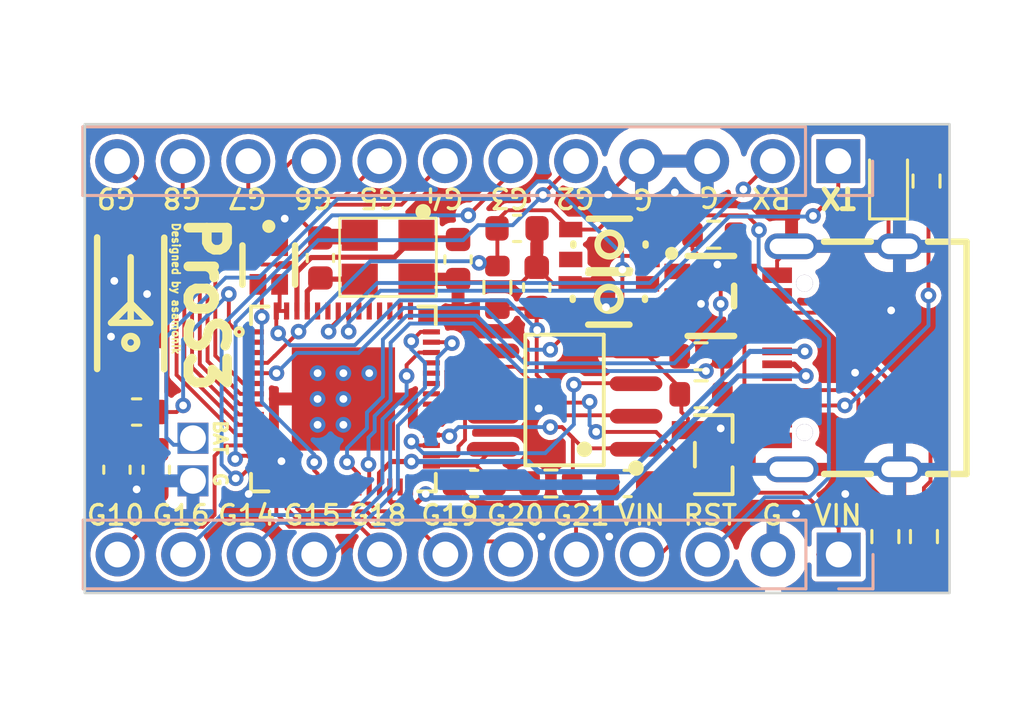
<source format=kicad_pcb>
(kicad_pcb (version 20221018) (generator pcbnew)
  (layers (0 "F.Cu" signal) (31 "B.Cu" signal) (34 "B.Paste" user) (35 "F.Paste" user) (36 "B.SilkS" user "B.Silkscreen") (37 "F.SilkS" user "F.Silkscreen") (38 "B.Mask" user) (39 "F.Mask" user) (44 "Edge.Cuts" user))
  (net 0 "")
  (net 1 "+5V")
  (net 2 "GND")
  (net 3 "+3V3")
  (net 4 "RESET")
  (net 5 "XTALP")
  (net 6 "XTALN")
  (net 7 "VDDSPI")
  (net 8 "Net-(D1-A)")
  (net 9 "TXD")
  (net 10 "RXD")
  (net 11 "SDA2")
  (net 12 "SCL3")
  (net 13 "4")
  (net 14 "5")
  (net 15 "6")
  (net 16 "7")
  (net 17 "8")
  (net 18 "9")
  (net 19 "21")
  (net 20 "20")
  (net 21 "19")
  (net 22 "18")
  (net 23 "SCLK15")
  (net 24 "MISO14")
  (net 25 "MOSI16")
  (net 26 "10")
  (net 27 "Net-(U4-CC2)")
  (net 28 "Net-(U4-CC1)")
  (net 29 "SPICS")
  (net 30 "Net-(L1-ANT)")
  (net 31 "unconnected-(L1-Pad2)")
  (net 32 "RGBLED")
  (net 34 "IO0")
  (net 40 "USBN")
  (net 41 "USBP")
  (net 42 "+BATT")
  (net 44 "SPIHD")
  (net 45 "SPIWP")
  (net 46 "SPICLK")
  (net 47 "SPIQ")
  (net 48 "SPID")
  (net 71 "VBAT")
  (net 72 "CHRG")
  (net 73 "Net-(U5-PROG)")
  (net 75 "ANTENNA")
  (footprint "Connector_PinHeader_2.54mm:PinHeader_1x01_P2.54mm_Vertical" (layer "F.Cu") (at 103.251 67.818 90)
    (fp_text reference "J4" hide)
    (fp_text value "Conn_01x01_Pin" hide)
  )
  (footprint "lcsc:SOP-8_L5.0-W4.0-P1.27-LS6.0-BL" (layer "F.Cu") (at 117.648033 64.684285 90)
    (fp_text reference "U2" hide)
    (fp_text value "GD25Q80CTIGR")
  )
  (footprint "Capacitor_SMD:C_0603_1608Metric" (layer "F.Cu") (at 108.187479 59.182 90)
    (fp_text reference "C5" hide)
    (fp_text value "C")
  )
  (footprint "Resistor_SMD:R_0603_1608Metric" (layer "F.Cu") (at 122.936 62.992)
    (fp_text reference "R6" hide)
    (fp_text value "R")
  )
  (footprint "Resistor_SMD:R_0603_1608Metric" (layer "F.Cu") (at 122.936 64.4652 180)
    (fp_text reference "R7" hide)
    (fp_text value "R")
  )
  (footprint "Resistor_SMD:R_0603_1608Metric" (layer "F.Cu") (at 131.672663 56.202943 90)
    (fp_text reference "R3" hide)
    (fp_text value "R")
  )
  (footprint "lcsc:SW-SMD_4P-L2.8-W1.9-P1.20-LS3.0_1TS028A" (layer "F.Cu") (at 119.38748 58.661269 180)
    (fp_text reference "SW1" hide)
    (fp_text value "1TS028A-1300-0600-CT")
  )
  (footprint "lcsc:QFN-56_L7.0-W7.0-P0.40-TL-EP4.0" (layer "F.Cu") (at 109.079477 64.645823)
    (fp_text reference "U1" hide)
    (fp_text value "ESP32-S3")
  )
  (footprint "Resistor_SMD:R_0603_1608Metric" (layer "F.Cu") (at 130.078 69.977001 -90)
    (fp_text reference "R2" hide)
    (fp_text value "5k1")
  )
  (footprint "lcsc:SW-SMD_4P-L2.8-W1.9-P1.20-LS3.0_1TS028A" (layer "F.Cu") (at 119.363479 60.76527)
    (fp_text reference "SW3" hide)
    (fp_text value "1TS028A-1300-0600-CT")
  )
  (footprint "Capacitor_SMD:C_0603_1608Metric" (layer "F.Cu") (at 115.807479 58.03427)
    (fp_text reference "C3" hide)
    (fp_text value "C")
  )
  (footprint "Capacitor_SMD:C_0603_1608Metric" (layer "F.Cu") (at 101.8286 67.3862 -90)
    (fp_text reference "C8" hide)
    (fp_text value "C")
  )
  (footprint "Capacitor_SMD:C_0603_1608Metric" (layer "F.Cu") (at 120.0912 67.9196 180)
    (fp_text reference "C1" hide)
    (fp_text value "1u")
  )
  (footprint "Capacitor_SMD:C_0603_1608Metric" (layer "F.Cu") (at 114.1476 67.9196)
    (fp_text reference "C6" hide)
    (fp_text value "C")
  )
  (footprint "Resistor_SMD:R_0603_1608Metric" (layer "F.Cu") (at 115.04548 60.32027 90)
    (fp_text reference "R4" hide)
    (fp_text value "R")
  )
  (footprint "Capacitor_SMD:C_0603_1608Metric" (layer "F.Cu") (at 116.569478 60.320268 90)
    (fp_text reference "C2" hide)
    (fp_text value "1u")
  )
  (footprint "LED_SMD:LED_0603_1608Metric" (layer "F.Cu") (at 130.2004 56.1848 90)
    (fp_text reference "D1" hide)
    (fp_text value "LED")
  )
  (footprint "lcsc:SOT-23-3_L2.9-W1.3-P1.90-LS2.4-BR" (layer "F.Cu") (at 123.427479 66.802 180)
    (fp_text reference "U3" hide)
    (fp_text value "XC6206P332MR_C5148692")
  )
  (footprint "Resistor_SMD:R_0603_1608Metric" (layer "F.Cu") (at 131.572 69.977 -90)
    (fp_text reference "R1" hide)
    (fp_text value "5k1")
  )
  (footprint "lcsc:SOT-23-5_L3.0-W1.7-P0.95-LS2.8-BR" (layer "F.Cu") (at 123.317 60.6552 180)
    (fp_text reference "U5" hide)
    (fp_text value "TP4065")
  )
  (footprint "Resistor_SMD:R_0603_1608Metric" (layer "F.Cu") (at 117.1194 67.9196)
    (fp_text reference "R5" hide)
    (fp_text value "R")
  )
  (footprint "lcsc:ANT2051" (layer "F.Cu") (at 100.838 60.9346 90)
    (fp_text reference "L1" hide)
    (fp_text value "AN2051-245")
  )
  (footprint "lcsc:USB-SMD_GT-USB-7010AN" (layer "F.Cu") (at 128.25348 63.05127 90)
    (fp_text reference "U4" hide)
    (fp_text value "GT-USB-7010AN")
  )
  (footprint "Capacitor_SMD:C_0603_1608Metric" (layer "F.Cu") (at 100.3046 67.3862 -90)
    (fp_text reference "C7" hide)
    (fp_text value "C")
  )
  (footprint "lcsc:LED-SMD_4P-L1.6-W1.5_XL-1615RGBC-WS2812B" (layer "F.Cu") (at 106.188349 59.456388 -90)
    (fp_text reference "LED1" hide)
    (fp_text value "XL-1615RGBC-WS2812B")
  )
  (footprint "Connector_PinHeader_2.54mm:PinHeader_1x01_P2.54mm_Vertical" (layer "F.Cu") (at 103.251 66.167 90)
    (fp_text reference "J3" hide)
    (fp_text value "Conn_01x01_Pin")
  )
  (footprint "lcsc:CRYSTAL-SMD_4P-L3.2-W2.5-BL_SIT8008BI" (layer "F.Cu") (at 110.811479 59.15327 180)
    (fp_text reference "CRYSTAL1" hide)
    (fp_text value "CF4040M00008001")
  )
  (footprint "Capacitor_SMD:C_0603_1608Metric" (layer "F.Cu") (at 113.521478 59.241269 90)
    (fp_text reference "C4" hide)
    (fp_text value "C")
  )
  (footprint "Inductor_SMD:L_0603_1608Metric" (layer "F.Cu") (at 101.0665 65.151 180)
    (fp_text reference "L2" hide)
    (fp_text value "L")
  )
  (footprint "Resistor_SMD:R_0603_1608Metric" (layer "F.Cu") (at 123.43 58.28 180)
    (fp_text reference "R9" hide)
    (fp_text value "R")
  )
  (footprint "Connector_PinHeader_2.54mm:PinHeader_1x12_P2.54mm_Vertical" (layer "B.Cu") (at 128.26948 70.671269 90)
    (fp_text reference "J2" hide)
    (fp_text value "Conn_01x12_Pin")
  )
  (footprint "Connector_PinHeader_2.54mm:PinHeader_1x12_P2.54mm_Vertical" (layer "B.Cu") (at 128.253479 55.43127 90)
    (fp_text reference "J1" hide)
    (fp_text value "Conn_01x12_Pin")
  )
  (gr_rect (start 99.06 54.0004) (end 132.5626 72.1614) (stroke (width 0.1)) (fill none) (layer "Edge.Cuts"))
  (gr_text "G\n\n" (at 121.158 55.2196 180) (layer "F.SilkS") (effects (font (size 0.762 0.762) (thickness 0.127) bold) (justify left bottom)))
  (gr_text "G" (at 125.222 69.596) (layer "F.SilkS") (effects (font (size 0.762 0.762) (thickness 0.127) bold) (justify left bottom)))
  (gr_text "G7" (at 106.188348 56.408388 180) (layer "F.SilkS") (effects (font (size 0.762 0.762) (thickness 0.127) bold) (justify left bottom)))
  (gr_text "RX" (at 126.492 56.408387 180) (layer "F.SilkS") (effects (font (size 0.762 0.762) (thickness 0.127) bold) (justify left bottom)))
  (gr_text "G6" (at 108.728349 56.408388 180) (layer "F.SilkS") (effects (font (size 0.762 0.762) (thickness 0.127) bold) (justify left bottom)))
  (gr_text "G5" (at 111.268349 56.408388 180) (layer "F.SilkS") (effects (font (size 0.762 0.762) (thickness 0.127) bold) (justify left bottom)))
  (gr_text "ProS3\n" (at 102.87 57.404 270) (layer "F.SilkS") (effects (font (size 1.5 1.5) (thickness 0.375) bold) (justify left bottom)))
  (gr_text "G4\n" (at 113.808349 56.408388 180) (layer "F.SilkS") (effects (font (size 0.762 0.762) (thickness 0.127) bold) (justify left bottom)))
  (gr_text "G3\n" (at 116.348348 56.408387 180) (layer "F.SilkS") (effects (font (size 0.762 0.762) (thickness 0.127) bold) (justify left bottom)))
  (gr_text "TX\n" (at 129.032 56.408388 180) (layer "F.SilkS") (effects (font (size 0.762 0.762) (thickness 0.1905) bold) (justify left bottom)))
  (gr_text "G18" (at 109.22 69.596) (layer "F.SilkS") (effects (font (size 0.762 0.762) (thickness 0.127) bold) (justify left bottom)))
  (gr_text "VIN" (at 119.634 69.596) (layer "F.SilkS") (effects (font (size 0.762 0.762) (thickness 0.127) bold) (justify left bottom)))
  (gr_text "G16" (at 101.6 69.596) (layer "F.SilkS") (effects (font (size 0.762 0.762) (thickness 0.127) bold) (justify left bottom)))
  (gr_text "G21" (at 117.094 69.596) (layer "F.SilkS") (effects (font (size 0.762 0.762) (thickness 0.127) bold) (justify left bottom)))
  (gr_text "G9" (at 101.108349 56.408388 180) (layer "F.SilkS") (effects (font (size 0.762 0.762) (thickness 0.127) bold) (justify left bottom)))
  (gr_text "G\n\n" (at 123.714348 55.138387 180) (layer "F.SilkS") (effects (font (size 0.762 0.762) (thickness 0.127) bold) (justify left bottom)))
  (gr_text "G2\n" (at 118.888348 56.408388 180) (layer "F.SilkS") (effects (font (size 0.762 0.762) (thickness 0.127) bold) (justify left bottom)))
  (gr_text "G20" (at 114.554 69.596) (layer "F.SilkS") (effects (font (size 0.762 0.762) (thickness 0.127) bold) (justify left bottom)))
  (gr_text "RST" (at 122.174 69.596) (layer "F.SilkS") (effects (font (size 0.762 0.762) (thickness 0.127) bold) (justify left bottom)))
  (gr_text "G10\n" (at 99.06 69.596) (layer "F.SilkS") (effects (font (size 0.762 0.762) (thickness 0.127) bold) (justify left bottom)))
  (gr_text "BAT\n" (at 104.013 65.405 -90) (layer "F.SilkS") (effects (font (size 0.5 0.5) (thickness 0.125) bold) (justify left bottom)))
  (gr_text "G15" (at 106.68 69.596) (layer "F.SilkS") (effects (font (size 0.762 0.762) (thickness 0.127) bold) (justify left bottom)))
  (gr_text "Designed by asamonik" (at 102.416511 57.777928 -90) (layer "F.SilkS") (effects (font (size 0.3 0.3) (thickness 0.075)) (justify left bottom)))
  (gr_text "G8" (at 103.648349 56.408388 180) (layer "F.SilkS") (effects (font (size 0.762 0.762) (thickness 0.127) bold) (justify left bottom)))
  (gr_text "G19" (at 112.014 69.596) (layer "F.SilkS") (effects (font (size 0.762 0.762) (thickness 0.127) bold) (justify left bottom)))
  (gr_text "G14" (at 104.14 69.596) (layer "F.SilkS") (effects (font (size 0.762 0.762) (thickness 0.127) bold) (justify left bottom)))
  (gr_text "VIN" (at 127.254 69.596) (layer "F.SilkS") (effects (font (size 0.762 0.762) (thickness 0.127) bold) (justify left bottom)))
  (gr_text "G" (at 104.013 67.437 -90) (layer "F.SilkS") (effects (font (size 0.5 0.5) (thickness 0.125) bold) (justify left bottom)))
  (segment (start 124.617 61.6052) (end 124.617 64.97327) (width 0.15) (layer "F.Cu") (net 1))
  (segment (start 122.900271 69.128471) (end 123.751473 68.27727) (width 0.15) (layer "F.Cu") (net 1))
  (segment (start 120.633479 70.671269) (end 121.371479 70.671268) (width 0.15) (layer "F.Cu") (net 1))
  (segment (start 124.371018 61.6052) (end 124.617 61.6052) (width 0.15) (layer "F.Cu") (net 1))
  (segment (start 127.068511 64.897) (end 126.514241 65.45127) (width 0.15) (layer "F.Cu") (net 1))
  (segment (start 131.74848 56.93228) (end 131.74848 60.63112) (width 0.15) (layer "F.Cu") (net 1))
  (segment (start 128.5075 64.897) (end 127.068511 64.897) (width 0.15) (layer "F.Cu") (net 1))
  (segment (start 122.379871 69.128471) (end 122.900271 69.128471) (width 0.15) (layer "F.Cu") (net 1))
  (segment (start 124.427479 68.114271) (end 124.26448 68.27727) (width 0.15) (layer "F.Cu") (net 1))
  (segment (start 124.617 64.97327) (end 125.095 65.45127) (width 0.15) (layer "F.Cu") (net 1))
  (segment (start 127.475478 70.671268) (end 128.253479 70.671268) (width 0.15) (layer "F.Cu") (net 1))
  (segment (start 125.88348 65.45127) (end 125.143922 65.45127) (width 0.15) (layer "F.Cu") (net 1))
  (segment (start 126.514241 65.45127) (end 125.88348 65.45127) (width 0.15) (layer "F.Cu") (net 1))
  (segment (start 128.26948 69.64628) (end 126.90047 68.27727) (width 0.15) (layer "F.Cu") (net 1))
  (segment (start 126.90047 68.27727) (end 124.26448 68.27727) (width 0.15) (layer "F.Cu") (net 1))
  (segment (start 131.6736 56.8574) (end 131.74848 56.93228) (width 0.15) (layer "F.Cu") (net 1))
  (segment (start 121.0948 67.8434) (end 122.379871 69.128471) (width 0.15) (layer "F.Cu") (net 1))
  (segment (start 125.883478 65.451269) (end 125.876761 65.444552) (width 0.15) (layer "F.Cu") (net 1))
  (segment (start 128.26948 70.671269) (end 128.26948 69.64628) (width 0.15) (layer "F.Cu") (net 1))
  (segment (start 124.46 66.135192) (end 124.46 66.769479) (width 0.15) (layer "F.Cu") (net 1))
  (segment (start 124.427479 66.802) (end 124.427479 68.114271) (width 0.15) (layer "F.Cu") (net 1))
  (segment (start 124.46 66.769479) (end 124.427479 66.802) (width 0.15) (layer "F.Cu") (net 1))
  (segment (start 123.751473 68.27727) (end 124.26448 68.27727) (width 0.15) (layer "F.Cu") (net 1))
  (segment (start 125.143922 65.45127) (end 124.46 66.135192) (width 0.15) (layer "F.Cu") (net 1))
  (segment (start 125.095 65.45127) (end 125.88348 65.45127) (width 0.15) (layer "F.Cu") (net 1))
  (segment (start 121.054479 70.671267) (end 120.633479 70.671269) (width 0.15) (layer "F.Cu") (net 1))
  (segment (start 124.427479 66.515479) (end 124.427479 66.802) (width 0.15) (layer "F.Cu") (net 1))
  (segment (start 120.64948 70.671269) (end 121.357474 70.671269) (width 0.15) (layer "F.Cu") (net 1))
  (segment (start 121.357474 70.671269) (end 122.900271 69.128471) (width 0.15) (layer "F.Cu") (net 1))
  (via (at 128.5075 64.897) (size 0.6) (drill 0.3) (layers "F.Cu" "B.Cu") (net 1))
  (via (at 131.74848 60.63112) (size 0.6) (drill 0.3) (layers "F.Cu" "B.Cu") (net 1))
  (segment (start 128.651 64.897) (end 131.74848 61.79952) (width 0.15) (layer "B.Cu") (net 1))
  (segment (start 128.5075 64.897) (end 128.651 64.897) (width 0.15) (layer "B.Cu") (net 1))
  (segment (start 131.74848 61.79952) (end 131.74848 60.63112) (width 0.15) (layer "B.Cu") (net 1))
  (segment (start 120.210982 59.1025) (end 120.338874 59.230392) (width 0.15) (layer "F.Cu") (net 2))
  (segment (start 116.582479 58.034269) (end 116.582479 59.532269) (width 0.15) (layer "F.Cu") (net 2))
  (segment (start 105.768347 59.290385) (end 105.913962 59.436) (width 0.15) (layer "F.Cu") (net 2))
  (segment (start 118.514417 60.18527) (end 119.597187 59.1025) (width 0.15) (layer "F.Cu") (net 2))
  (segment (start 101.068287 68.147281) (end 100.990568 68.225) (width 0.15) (layer "F.Cu") (net 2))
  (segment (start 107.37921 57.658) (end 108.187479 58.466269) (width 0.15) (layer "F.Cu") (net 2))
  (segment (start 119.597187 59.1025) (end 120.210982 59.1025) (width 0.15) (layer "F.Cu") (net 2))
  (segment (start 130.078 70.802001) (end 130.81 70.802001) (width 0.15) (layer "F.Cu") (net 2))
  (segment (start 101.854 68.0335) (end 101.8795 68.059) (width 0.15) (layer "F.Cu") (net 2))
  (segment (start 116.569478 59.545269) (end 117.209479 60.18527) (width 0.15) (layer "F.Cu") (net 2))
  (segment (start 107.101701 59.436) (end 108.071434 58.466267) (width 0.15) (layer "F.Cu") (net 2))
  (segment (start 108.190265 58.410041) (end 109.604704 58.410043) (width 0.15) (layer "F.Cu") (net 2))
  (segment (start 122.174 65.151) (end 122.174 64.5282) (width 0.15) (layer "F.Cu") (net 2))
  (segment (start 119.337874 56.726874) (end 119.337875 56.726874) (width 0.15) (layer "F.Cu") (net 2))
  (segment (start 108.071434 58.466267) (end 108.187479 58.466268) (width 0.15) (layer "F.Cu") (net 2))
  (segment (start 113.435479 59.958935) (end 111.955812 59.958937) (width 0.15) (layer "F.Cu") (net 2))
  (segment (start 109.604704 58.410043) (end 109.71148 58.30327) (width 0.15) (layer "F.Cu") (net 2))
  (segment (start 130.81 67.55779) (end 130.81 70.802001) (width 0.15) (layer "F.Cu") (net 2))
  (segment (start 106.807 57.658) (end 107.37921 57.658) (width 0.15) (layer "F.Cu") (net 2))
  (segment (start 119.38 69.977) (end 118.237 68.834) (width 0.15) (layer "F.Cu") (net 2))
  (segment (start 117.863479 60.18527) (end 118.514417 60.18527) (width 0.15) (layer "F.Cu") (net 2))
  (segment (start 120.66 62.748) (end 120.372 62.748) (width 0.15) (layer "F.Cu") (net 2))
  (segment (start 119.847479 62.92927) (end 121.09527 62.92927) (width 0.15) (layer "F.Cu") (net 2))
  (segment (start 105.768349 58.706388) (end 105.768347 59.290385) (width 0.15) (layer "F.Cu") (net 2))
  (segment (start 105.913962 59.436) (end 107.101701 59.436) (width 0.15) (layer "F.Cu") (net 2))
  (segment (start 125.88348 59.29127) (end 126.44348 58.73127) (width 0.15) (layer "F.Cu") (net 2))
  (segment (start 122.605 58.851) (end 122.605 58.28) (width 0.15) (layer "F.Cu") (net 2))
  (segment (start 122.427479 65.852) (end 122.427479 65.404479) (width 0.15) (layer "F.Cu") (net 2))
  (segment (start 130.2004 58.30819) (end 130.62348 58.73127) (width 0.15) (layer "F.Cu") (net 2))
  (segment (start 123.19 59.436) (end 122.605 58.851) (width 0.15) (layer "F.Cu") (net 2))
  (segment (start 119.337875 56.726874) (end 120.633479 55.43127) (width 0.15) (layer "F.Cu") (net 2))
  (segment (start 120.887478 59.083269) (end 120.863478 59.059268) (width 0.15) (layer "F.Cu") (net 2))
  (segment (start 130.81 70.802001) (end 131.572 70.802) (width 0.15) (layer "F.Cu") (net 2))
  (segment (start 125.88348 59.85127) (end 125.88348 59.29127) (width 0.15) (layer "F.Cu") (net 2))
  (segment (start 114.287 68.834) (end 113.3726 67.9196) (width 0.15) (layer "F.Cu") (net 2))
  (segment (start 130.2004 56.9723) (end 130.2004 58.30819) (width 0.15) (layer "F.Cu") (net 2))
  (segment (start 110.211479 58.30327) (end 109.71148 58.30327) (width 0.15) (layer "F.Cu") (net 2))
  (segment (start 118.237 68.834) (end 114.287 68.834) (width 0.15) (layer "F.Cu") (net 2))
  (segment (start 115.994478 60.12027) (end 116.569478 59.545269) (width 0.15) (layer "F.Cu") (net 2))
  (segment (start 122.427479 65.404479) (end 122.174 65.151) (width 0.15) (layer "F.Cu") (net 2))
  (segment (start 120.876602 59.230392) (end 120.887478 59.241268) (width 0.15) (layer "F.Cu") (net 2))
  (segment (start 122.411479 66.05) (end 122.427479 66.034) (width 0.15) (layer "F.Cu") (net 2))
  (segment (start 123.571 59.436) (end 123.19 59.436) (width 0.15) (layer "F.Cu") (net 2))
  (segment (start 100.990568 68.225) (end 100.3046 68.225) (width 0.15) (layer "F.Cu") (net 2))
  (segment (start 122.111 64.4652) (end 122.111 64.199) (width 0.15) (layer "F.Cu") (net 2))
  (segment (start 122.111 64.199) (end 120.66 62.748) (width 0.15) (layer "F.Cu") (net 2))
  (segment (start 113.596812 60.12027) (end 115.994478 60.12027) (width 0.15) (layer "F.Cu") (net 2))
  (segment (start 120.338874 59.230392) (end 120.876602 59.230392) (width 0.15) (layer "F.Cu") (net 2))
  (segment (start 111.955812 59.958937) (end 111.911479 60.00327) (width 0.15) (layer "F.Cu") (net 2))
  (segment (start 130.62348 67.37127) (end 130.81 67.55779) (width 0.15) (layer "F.Cu") (net 2))
  (segment (start 116.582479 59.532269) (end 116.569478 59.545269) (width 0.15) (layer "F.Cu") (net 2))
  (segment (start 122.427479 65.852) (end 122.428 65.851479) (width 0.15) (layer "F.Cu") (net 2))
  (segment (start 117.209479 60.18527) (end 117.863479 60.18527) (width 0.15) (layer "F.Cu") (net 2))
  (segment (start 113.435479 59.958935) (end 113.596812 60.12027) (width 0.15) (layer "F.Cu") (net 2))
  (segment (start 117.598479 60.00327) (end 117.839478 60.244269) (width 0.15) (layer "F.Cu") (net 2))
  (via (at 123.571 59.436) (size 0.6) (drill 0.3) (layers "F.Cu" "B.Cu") (net 2))
  (via (at 100.076 62.23) (size 0.6) (drill 0.3) (layers "F.Cu" "B.Cu") (net 2))
  (via (at 119.253 61.087) (size 0.6) (drill 0.3) (layers "F.Cu" "B.Cu") (net 2))
  (via (at 106.68 67.056) (size 0.6) (drill 0.3) (layers "F.Cu" "B.Cu") (net 2))
  (via (at 119.38 69.977) (size 0.6) (drill 0.3) (layers "F.Cu" "B.Cu") (net 2))
  (via (at 116.645354 65.015446) (size 0.6) (drill 0.3) (layers "F.Cu" "B.Cu") (net 2))
  (via (at 101.068287 68.147281) (size 0.6) (drill 0.3) (layers "F.Cu" "B.Cu") (net 2))
  (via (at 100.203 60.071) (size 0.6) (drill 0.3) (layers "F.Cu" "B.Cu") (net 2))
  (via (at 126.619 69.088) (size 0.6) (drill 0.3) (layers "F.Cu" "B.Cu") (net 2))
  (via (at 123.698 65.786) (size 0.6) (drill 0.3) (layers "F.Cu" "B.Cu") (net 2))
  (via (at 106.807 57.658) (size 0.6) (drill 0.3) (layers "F.Cu" "B.Cu") (net 2))
  (via (at 105.41 68.326) (size 0.6) (drill 0.3) (layers "F.Cu" "B.Cu") (net 2))
  (via (at 122.936 60.96) (size 0.6) (drill 0.3) (layers "F.Cu" "B.Cu") (net 2))
  (via (at 128.524 68.326) (size 0.6) (drill 0.3) (layers "F.Cu" "B.Cu") (net 2))
  (via (at 101.473 60.579) (size 0.6) (drill 0.3) (layers "F.Cu" "B.Cu") (net 2))
  (via (at 119.337874 56.726874) (size 0.6) (drill 0.3) (layers "F.Cu" "B.Cu") (net 2))
  (via (at 121.92 56.642) (size 0.6) (drill 0.3) (layers "F.Cu" "B.Cu") (net 2))
  (via (at 116.7638 69.977) (size 0.6) (drill 0.3) (layers "F.Cu" "B.Cu") (net 2))
  (via (at 128.905 63.627) (size 0.6) (drill 0.3) (layers "F.Cu" "B.Cu") (net 2))
  (via (at 130.302 61.214) (size 0.6) (drill 0.3) (layers "F.Cu" "B.Cu") (net 2))
  (segment (start 121.364282 66.084285) (end 121.663033 66.383036) (width 0.15) (layer "F.Cu") (net 3))
  (segment (start 118.618 64.7535) (end 118.5329 64.6684) (width 0.15) (layer "F.Cu") (net 3))
  (segment (start 106.479479 61.235825) (end 106.879479 61.235824) (width 0.15) (layer "F.Cu") (net 3))
  (segment (start 116.84448 60.820269) (end 116.569478 61.095268) (width 0.15) (layer "F.Cu") (net 3))
  (segment (start 121.663033 66.383036) (end 121.663033 66.392785) (width 0.15) (layer "F.Cu") (net 3))
  (segment (start 118.872 65.91819) (end 118.876281 65.922471) (width 0.15) (layer "F.Cu") (net 3))
  (segment (start 118.3978 64.787) (end 117.638537 64.787) (width 0.15) (layer "F.Cu") (net 3))
  (segment (start 116.519479 61.14527) (end 116.569478 61.095268) (width 0.15) (layer "F.Cu") (net 3))
  (segment (start 121.192719 65.922471) (end 121.354533 66.084285) (width 0.15) (layer "F.Cu") (net 3))
  (segment (start 121.663033 66.392785) (end 122.427479 67.157231) (width 0.15) (layer "F.Cu") (net 3))
  (segment (start 106.608349 61.106954) (end 106.479479 61.235825) (width 0.15) (layer "F.Cu") (net 3))
  (segment (start 121.354533 66.084285) (end 121.364282 66.084285) (width 0.15) (layer "F.Cu") (net 3))
  (segment (start 122.427479 67.157231) (end 122.427479 67.934) (width 0.15) (layer "F.Cu") (net 3))
  (segment (start 106.608349 60.245268) (end 106.608349 61.106954) (width 0.15) (layer "F.Cu") (net 3))
  (segment (start 115.04548 61.14527) (end 116.519479 61.14527) (width 0.15) (layer "F.Cu") (net 3))
  (segment (start 116.586 61.976) (end 116.569478 61.959478) (width 0.15) (layer "F.Cu") (net 3))
  (segment (start 118.5329 64.6684) (end 118.5164 64.6684) (width 0.15) (layer "F.Cu") (net 3))
  (segment (start 106.479479 62.029479) (end 106.479479 61.235825) (width 0.15) (layer "F.Cu") (net 3))
  (segment (start 116.569478 61.959478) (end 116.569478 61.095268) (width 0.15) (layer "F.Cu") (net 3))
  (segment (start 116.569478 63.717941) (end 116.569478 61.095268) (width 0.15) (layer "F.Cu") (net 3))
  (segment (start 118.876281 65.922471) (end 121.192719 65.922471) (width 0.15) (layer "F.Cu") (net 3))
  (segment (start 117.638537 64.787) (end 116.569478 63.717941) (width 0.15) (layer "F.Cu") (net 3))
  (segment (start 118.5164 64.6684) (end 118.3978 64.787) (width 0.15) (layer "F.Cu") (net 3))
  (segment (start 106.551773 62.101773) (end 106.479479 62.029479) (width 0.15) (layer "F.Cu") (net 3))
  (via (at 106.551773 62.101773) (size 0.6) (drill 0.3) (layers "F.Cu" "B.Cu") (net 3))
  (via (at 118.618 64.7535) (size 0.6) (drill 0.3) (layers "F.Cu" "B.Cu") (net 3))
  (via (at 116.586 61.976) (size 0.6) (drill 0.3) (layers "F.Cu" "B.Cu") (net 3))
  (via (at 118.872 65.91819) (size 0.6) (drill 0.3) (layers "F.Cu" "B.Cu") (net 3))
  (segment (start 118.872 65.91819) (end 118.618 65.66419) (width 0.15) (layer "B.Cu") (net 3))
  (segment (start 118.618 65.66419) (end 118.618 64.7535) (width 0.15) (layer "B.Cu") (net 3))
  (segment (start 106.551773 62.101773) (end 107.010269 62.560269) (width 0.15) (layer "B.Cu") (net 3))
  (segment (start 111.263 60.822) (end 115.432 60.822) (width 0.15) (layer "B.Cu") (net 3))
  (segment (start 109.524731 62.560269) (end 111.263 60.822) (width 0.15) (layer "B.Cu") (net 3))
  (segment (start 107.010269 62.560269) (end 109.524731 62.560269) (width 0.15) (layer "B.Cu") (net 3))
  (segment (start 115.432 60.822) (end 116.586 61.976) (width 0.15) (layer "B.Cu") (net 3))
  (segment (start 115.032479 57.730269) (end 115.03248 58.034269) (width 0.15) (layer "F.Cu") (net 4))
  (segment (start 115.03248 58.034269) (end 115.04548 58.047269) (width 0.15) (layer "F.Cu") (net 4))
  (segment (start 118.956731 58.081269) (end 117.88748 58.081269) (width 0.15) (layer "F.Cu") (net 4))
  (segment (start 119.507 57.531) (end 118.956731 58.081269) (width 0.15) (layer "F.Cu") (net 4))
  (segment (start 114.923711 59.3735) (end 115.04548 59.495269) (width 0.15) (layer "F.Cu") (net 4))
  (segment (start 124.714 57.531) (end 119.507 57.531) (width 0.15) (layer "F.Cu") (net 4))
  (segment (start 106.417564 62.977738) (end 106.412515 62.977738) (width 0.15) (layer "F.Cu") (net 4))
  (segment (start 106.412515 62.977738) (end 106.14443 63.245823) (width 0.15) (layer "F.Cu") (net 4))
  (segment (start 107.341734 62.035769) (end 107.341734 62.053568) (width 0.15) (layer "F.Cu") (net 4))
  (segment (start 117.887479 58.08127) (end 117.140481 57.33427) (width 0.15) (layer "F.Cu") (net 4))
  (segment (start 114.333369 59.3735) (end 114.923711 59.3735) (width 0.15) (layer "F.Cu") (net 4))
  (segment (start 125.181708 58.102834) (end 125.181708 57.998708) (width 0.15) (layer "F.Cu") (net 4))
  (segment (start 117.140481 57.33427) (end 115.42848 57.33427) (width 0.15) (layer "F.Cu") (net 4))
  (segment (start 115.04548 58.047269) (end 115.04548 59.495269) (width 0.15) (layer "F.Cu") (net 4))
  (segment (start 117.863479 57.89927) (end 117.713479 57.89927) (width 0.15) (layer "F.Cu") (net 4))
  (segment (start 115.04548 59.495269) (end 114.728479 59.178268) (width 0.15) (layer "F.Cu") (net 4))
  (segment (start 107.341734 62.053568) (end 106.417564 62.977738) (width 0.15) (layer "F.Cu") (net 4))
  (segment (start 106.14443 63.245823) (end 105.669478 63.245823) (width 0.15) (layer "F.Cu") (net 4))
  (segment (start 125.181708 57.998708) (end 124.714 57.531) (width 0.15) (layer "F.Cu") (net 4))
  (segment (start 115.42848 57.33427) (end 115.032479 57.730269) (width 0.15) (layer "F.Cu") (net 4))
  (via (at 107.341734 62.035769) (size 0.6) (drill 0.3) (layers "F.Cu" "B.Cu") (net 4))
  (via (at 114.333369 59.3735) (size 0.6) (drill 0.3) (layers "F.Cu" "B.Cu") (net 4))
  (via (at 125.181708 58.102834) (size 0.6) (drill 0.3) (layers "F.Cu" "B.Cu") (net 4))
  (segment (start 125.181708 58.102834) (end 125.16848 58.116062) (width 0.15) (layer "B.Cu") (net 4))
  (segment (start 114.268869 59.309) (end 114.333369 59.3735) (width 0.15) (layer "B.Cu") (net 4))
  (segment (start 127.889 67.691) (end 127.127 68.453) (width 0.15) (layer "B.Cu") (net 4))
  (segment (start 110.116536 59.309) (end 114.268869 59.309) (width 0.15) (layer "B.Cu") (net 4))
  (segment (start 107.341734 62.035769) (end 107.389767 62.035769) (width 0.15) (layer "B.Cu") (net 4))
  (segment (start 107.389767 62.035769) (end 110.116536 59.309) (width 0.15) (layer "B.Cu") (net 4))
  (segment (start 125.16848 59.50948) (end 127.889 62.23) (width 0.15) (layer "B.Cu") (net 4))
  (segment (start 125.16848 58.116062) (end 125.16848 59.50948) (width 0.15) (layer "B.Cu") (net 4))
  (segment (start 127.889 62.23) (end 127.889 67.691) (width 0.15) (layer "B.Cu") (net 4))
  (segment (start 127.127 68.453) (end 125.407749 68.453) (width 0.15) (layer "B.Cu") (net 4))
  (segment (start 125.407749 68.453) (end 123.18948 70.671269) (width 0.15) (layer "B.Cu") (net 4))
  (segment (start 107.83105 59.166269) (end 107.279478 59.717841) (width 0.2) (layer "F.Cu") (net 5))
  (segment (start 108.653465 59.153269) (end 108.640465 59.166269) (width 0.2) (layer "F.Cu") (net 5))
  (segment (start 111.061481 59.153269) (end 108.653465 59.153269) (width 0.2) (layer "F.Cu") (net 5))
  (segment (start 108.640465 59.166269) (end 107.83105 59.166269) (width 0.2) (layer "F.Cu") (net 5))
  (segment (start 112.017146 58.408935) (end 111.91148 58.30327) (width 0.2) (layer "F.Cu") (net 5))
  (segment (start 107.279478 59.717841) (end 107.279478 61.235824) (width 0.2) (layer "F.Cu") (net 5))
  (segment (start 113.435479 58.408937) (end 112.017146 58.408935) (width 0.2) (layer "F.Cu") (net 5))
  (segment (start 111.91148 58.30327) (end 111.061481 59.153269) (width 0.2) (layer "F.Cu") (net 5))
  (segment (start 108.233491 60.00327) (end 108.190265 59.960043) (width 0.2) (layer "F.Cu") (net 6))
  (segment (start 109.711479 60.00327) (end 108.233491 60.00327) (width 0.2) (layer "F.Cu") (net 6))
  (segment (start 107.679479 60.47083) (end 107.679479 61.235825) (width 0.2) (layer "F.Cu") (net 6))
  (segment (start 108.190265 59.960043) (end 107.679479 60.47083) (width 0.2) (layer "F.Cu") (net 6))
  (segment (start 114.9226 67.9196) (end 114.2226 67.2196) (width 0.15) (layer "F.Cu") (net 7))
  (segment (start 112.515703 67.2196) (end 112.489479 67.245824) (width 0.15) (layer "F.Cu") (net 7))
  (segment (start 116.506479 68.131269) (end 115.058479 68.13127) (width 0.15) (layer "F.Cu") (net 7))
  (segment (start 114.2226 67.2196) (end 114.847915 66.594285) (width 0.15) (layer "F.Cu") (net 7))
  (segment (start 114.2226 67.2196) (end 112.515703 67.2196) (width 0.15) (layer "F.Cu") (net 7))
  (segment (start 114.847915 66.594285) (end 114.878033 66.594285) (width 0.15) (layer "F.Cu") (net 7))
  (segment (start 131.4837 55.3973) (end 131.6736 55.2074) (width 0.15) (layer "F.Cu") (net 8))
  (segment (start 130.2004 55.3973) (end 131.4837 55.3973) (width 0.15) (layer "F.Cu") (net 8))
  (segment (start 109.279479 62.032637) (end 109.279479 61.235825) (width 0.15) (layer "F.Cu") (net 9))
  (segment (start 128.253479 56.575477) (end 128.253479 55.43127) (width 0.15) (layer "F.Cu") (net 9))
  (segment (start 127.275978 57.552978) (end 128.253479 56.575477) (width 0.15) (layer "F.Cu") (net 9))
  (segment (start 109.282611 62.035769) (end 109.279479 62.032637) (width 0.15) (layer "F.Cu") (net 9))
  (via (at 109.282611 62.035769) (size 0.6) (drill 0.3) (layers "F.Cu" "B.Cu") (net 9))
  (via (at 127.275978 57.552978) (size 0.6) (drill 0.3) (layers "F.Cu" "B.Cu") (net 9))
  (segment (start 127.275978 57.552978) (end 127.251122 57.577834) (width 0.15) (layer "B.Cu") (net 9))
  (segment (start 121.158 60.452) (end 110.514181 60.452) (width 0.15) (layer "B.Cu") (net 9))
  (segment (start 124.032166 57.577834) (end 121.158 60.452) (width 0.15) (layer "B.Cu") (net 9))
  (segment (start 127.251122 57.577834) (end 124.032166 57.577834) (width 0.15) (layer "B.Cu") (net 9))
  (segment (start 109.282611 61.68357) (end 109.282611 62.035769) (width 0.15) (layer "B.Cu") (net 9))
  (segment (start 110.514181 60.452) (end 109.282611 61.68357) (width 0.15) (layer "B.Cu") (net 9))
  (segment (start 108.879479 61.584371) (end 108.879479 61.235825) (width 0.15) (layer "F.Cu") (net 10))
  (segment (start 124.576878 56.525122) (end 125.67073 55.43127) (width 0.15) (layer "F.Cu") (net 10))
  (segment (start 125.67073 55.43127) (end 125.713479 55.43127) (width 0.15) (layer "F.Cu") (net 10))
  (segment (start 108.48785 61.976) (end 108.879479 61.584371) (width 0.15) (layer "F.Cu") (net 10))
  (via (at 108.506148 62.035769) (size 0.6) (drill 0.3) (layers "F.Cu" "B.Cu") (net 10))
  (via (at 124.576878 56.525122) (size 0.6) (drill 0.3) (layers "F.Cu" "B.Cu") (net 10))
  (segment (start 120.95 60.152) (end 110.389917 60.152) (width 0.15) (layer "B.Cu") (net 10))
  (segment (start 124.576878 56.525122) (end 120.95 60.152) (width 0.15) (layer "B.Cu") (net 10))
  (segment (start 108.506148 62.035769) (end 108.409279 62.035769) (width 0.15) (layer "B.Cu") (net 10))
  (segment (start 110.389917 60.152) (end 108.506148 62.035769) (width 0.15) (layer "B.Cu") (net 10))
  (segment (start 108.409279 62.035769) (end 108.404741 62.031231) (width 0.15) (layer "B.Cu") (net 10))
  (segment (start 104.884979 66.970325) (end 105.009479 66.845825) (width 0.15) (layer "F.Cu") (net 11))
  (segment (start 105.009479 66.845825) (end 105.669478 66.845825) (width 0.15) (layer "F.Cu") (net 11))
  (segment (start 116.811897 56.740897) (end 116.811897 56.712852) (width 0.15) (layer "F.Cu") (net 11))
  (segment (start 116.811897 56.712852) (end 118.093479 55.43127) (width 0.15) (layer "F.Cu") (net 11))
  (via (at 104.884979 66.970325) (size 0.6) (drill 0.3) (layers "F.Cu" "B.Cu") (net 11))
  (via (at 116.811897 56.740897) (size 0.6) (drill 0.3) (layers "F.Cu" "B.Cu") (net 11))
  (segment (start 104.884979 66.970325) (end 104.902 66.953304) (width 0.15) (layer "B.Cu") (net 11))
  (segment (start 115.640794 57.912) (end 116.811897 56.740897) (width 0.15) (layer "B.Cu") (net 11))
  (segment (start 104.902 61.693493) (end 108.103199 58.492294) (width 0.15) (layer "B.Cu") (net 11))
  (segment (start 113.719706 58.492294) (end 114.3 57.912) (width 0.15) (layer "B.Cu") (net 11))
  (segment (start 108.103199 58.492294) (end 113.719706 58.492294) (width 0.15) (layer "B.Cu") (net 11))
  (segment (start 104.902 66.953304) (end 104.902 61.693493) (width 0.15) (layer "B.Cu") (net 11))
  (segment (start 114.3 57.912) (end 115.640794 57.912) (width 0.15) (layer "B.Cu") (net 11))
  (segment (start 105.41583 67.245824) (end 105.669478 67.245824) (width 0.15) (layer "F.Cu") (net 12))
  (segment (start 113.919 57.531) (end 115.553478 55.896522) (width 0.15) (layer "F.Cu") (net 12))
  (segment (start 104.906459 67.719519) (end 105.035566 67.719519) (width 0.15) (layer "F.Cu") (net 12))
  (segment (start 115.553478 55.896522) (end 115.553478 55.431267) (width 0.15) (layer "F.Cu") (net 12))
  (segment (start 105.035566 67.719519) (end 105.41583 67.339255) (width 0.15) (layer "F.Cu") (net 12))
  (segment (start 105.41583 67.339255) (end 105.41583 67.245824) (width 0.15) (layer "F.Cu") (net 12))
  (via (at 113.919 57.531) (size 0.6) (drill 0.3) (layers "F.Cu" "B.Cu") (net 12))
  (via (at 104.906459 67.719519) (size 0.6) (drill 0.3) (layers "F.Cu" "B.Cu") (net 12))
  (segment (start 104.360479 67.188288) (end 104.360479 61.81075) (width 0.15) (layer "B.Cu") (net 12))
  (segment (start 104.906459 67.719519) (end 104.89171 67.719519) (width 0.15) (layer "B.Cu") (net 12))
  (segment (start 108.640229 57.531) (end 113.919 57.531) (width 0.15) (layer "B.Cu") (net 12))
  (segment (start 104.360479 61.81075) (end 108.640229 57.531) (width 0.15) (layer "B.Cu") (net 12))
  (segment (start 104.89171 67.719519) (end 104.360479 67.188288) (width 0.15) (layer "B.Cu") (net 12))
  (segment (start 113.013479 55.431268) (end 113.013479 55.56727) (width 0.15) (layer "F.Cu") (net 13))
  (segment (start 111.32662 57.118127) (end 113.013479 55.431268) (width 0.15) (layer "F.Cu") (net 13))
  (segment (start 105.193825 64.045825) (end 104.116 62.968) (width 0.15) (layer "F.Cu") (net 13))
  (segment (start 106.237756 57.118127) (end 111.32662 57.118127) (width 0.15) (layer "F.Cu") (net 13))
  (segment (start 104.116 62.968) (end 104.116 59.239883) (width 0.15) (layer "F.Cu") (net 13))
  (segment (start 104.116 59.239883) (end 106.237756 57.118127) (width 0.15) (layer "F.Cu") (net 13))
  (segment (start 105.669478 64.045825) (end 105.193825 64.045825) (width 0.15) (layer "F.Cu") (net 13))
  (segment (start 109.086622 56.818127) (end 106.113492 56.818127) (width 0.15) (layer "F.Cu") (net 14))
  (segment (start 103.816 63.176) (end 105.085824 64.445824) (width 0.15) (layer "F.Cu") (net 14))
  (segment (start 105.085824 64.445824) (end 105.669478 64.445824) (width 0.15) (layer "F.Cu") (net 14))
  (segment (start 103.816 59.115619) (end 103.816 63.176) (width 0.15) (layer "F.Cu") (net 14))
  (segment (start 110.473479 55.43127) (end 109.086622 56.818127) (width 0.15) (layer "F.Cu") (net 14))
  (segment (start 106.113492 56.818127) (end 103.816 59.115619) (width 0.15) (layer "F.Cu") (net 14))
  (segment (start 105.061561 64.845825) (end 105.669479 64.845825) (width 0.15) (layer "F.Cu") (net 15))
  (segment (start 107.076085 55.43127) (end 103.516 58.991355) (width 0.15) (layer "F.Cu") (net 15))
  (segment (start 107.933479 55.43127) (end 107.076085 55.43127) (width 0.15) (layer "F.Cu") (net 15))
  (segment (start 103.516 58.991355) (end 103.516 63.300264) (width 0.15) (layer "F.Cu") (net 15))
  (segment (start 103.516 63.300264) (end 105.061561 64.845825) (width 0.15) (layer "F.Cu") (net 15))
  (segment (start 105.393479 56.689612) (end 105.393479 55.43127) (width 0.15) (layer "F.Cu") (net 16))
  (segment (start 105.669478 65.245824) (end 105.037296 65.245824) (width 0.15) (layer "F.Cu") (net 16))
  (segment (start 105.037296 65.245824) (end 103.216 63.424528) (width 0.15) (layer "F.Cu") (net 16))
  (segment (start 103.216 58.867091) (end 105.393479 56.689612) (width 0.15) (layer "F.Cu") (net 16))
  (segment (start 103.216 63.424528) (end 103.216 58.867091) (width 0.15) (layer "F.Cu") (net 16))
  (segment (start 102.916 57.533736) (end 102.916 63.548792) (width 0.15) (layer "F.Cu") (net 17))
  (segment (start 102.853479 55.431268) (end 102.853479 57.471215) (width 0.15) (layer "F.Cu") (net 17))
  (segment (start 102.853479 57.471215) (end 102.916 57.533736) (width 0.15) (layer "F.Cu") (net 17))
  (segment (start 105.013033 65.645825) (end 105.66948 65.645825) (width 0.15) (layer "F.Cu") (net 17))
  (segment (start 102.916 63.548792) (end 105.013033 65.645825) (width 0.15) (layer "F.Cu") (net 17))
  (segment (start 100.567479 55.685269) (end 100.643269 55.685269) (width 0.15) (layer "F.Cu") (net 18))
  (segment (start 100.313478 55.431268) (end 100.567479 55.685269) (width 0.15) (layer "F.Cu") (net 18))
  (segment (start 104.962034 66.045824) (end 105.669478 66.045822) (width 0.15) (layer "F.Cu") (net 18))
  (segment (start 102.616 63.715789) (end 104.946034 66.045823) (width 0.15) (layer "F.Cu") (net 18))
  (segment (start 100.643269 55.685269) (end 102.616 57.658) (width 0.15) (layer "F.Cu") (net 18))
  (segment (start 102.616 57.658) (end 102.616 63.715789) (width 0.15) (layer "F.Cu") (net 18))
  (segment (start 110.09827 68.69627) (end 110.39827 68.99627) (width 0.15) (layer "F.Cu") (net 19))
  (segment (start 118.093479 69.579479) (end 118.093479 70.671268) (width 0.15) (layer "F.Cu") (net 19))
  (segment (start 117.648 69.134) (end 118.093479 69.579479) (width 0.15) (layer "F.Cu") (net 19))
  (segment (start 113.678473 69.134) (end 117.648 69.134) (width 0.15) (layer "F.Cu") (net 19))
  (segment (start 107.679479 68.463033) (end 107.912716 68.69627) (width 0.15) (layer "F.Cu") (net 19))
  (segment (start 107.912716 68.69627) (end 110.09827 68.69627) (width 0.15) (layer "F.Cu") (net 19))
  (segment (start 110.39827 68.99627) (end 113.540743 68.99627) (width 0.15) (layer "F.Cu") (net 19))
  (segment (start 113.540743 68.99627) (end 113.678473 69.134) (width 0.15) (layer "F.Cu") (net 19))
  (segment (start 107.679479 68.055823) (end 107.679479 68.463033) (width 0.15) (layer "F.Cu") (net 19))
  (segment (start 107.404479 68.99627) (end 107.279478 68.871269) (width 0.15) (layer "F.Cu") (net 20))
  (segment (start 109.974006 68.99627) (end 107.404479 68.99627) (width 0.15) (layer "F.Cu") (net 20))
  (segment (start 114.283479 70.16327) (end 113.416479 69.29627) (width 0.15) (layer "F.Cu") (net 20))
  (segment (start 110.274006 69.29627) (end 109.974006 68.99627) (width 0.15) (layer "F.Cu") (net 20))
  (segment (start 113.416479 69.29627) (end 110.274006 69.29627) (width 0.15) (layer "F.Cu") (net 20))
  (segment (start 115.553478 70.671268) (end 115.04548 70.16327) (width 0.15) (layer "F.Cu") (net 20))
  (segment (start 107.279478 68.871269) (end 107.279478 68.055824) (width 0.15) (layer "F.Cu") (net 20))
  (segment (start 115.04548 70.16327) (end 114.283479 70.16327) (width 0.15) (layer "F.Cu") (net 20))
  (segment (start 111.93848 69.59627) (end 113.01348 70.671269) (width 0.15) (layer "F.Cu") (net 21))
  (segment (start 109.849742 69.29627) (end 110.149742 69.59627) (width 0.15) (layer "F.Cu") (net 21))
  (segment (start 106.879479 68.895534) (end 107.280215 69.29627) (width 0.15) (layer "F.Cu") (net 21))
  (segment (start 110.149742 69.59627) (end 111.93848 69.59627) (width 0.15) (layer "F.Cu") (net 21))
  (segment (start 106.879479 68.89327) (end 106.879479 68.895534) (width 0.15) (layer "F.Cu") (net 21))
  (segment (start 107.280215 69.29627) (end 109.849742 69.29627) (width 0.15) (layer "F.Cu") (net 21))
  (segment (start 106.879479 68.89327) (end 106.879479 68.055825) (width 0.15) (layer "F.Cu") (net 21))
  (segment (start 110.025478 69.89627) (end 109.725476 69.596268) (width 0.15) (layer "F.Cu") (net 22))
  (segment (start 109.725476 69.596268) (end 106.988479 69.596268) (width 0.15) (layer "F.Cu") (net 22))
  (segment (start 106.479479 69.08727) (end 106.479478 68.055824) (width 0.15) (layer "F.Cu") (net 22))
  (segment (start 110.473478 70.671269) (end 110.473478 70.341478) (width 0.15) (layer "F.Cu") (net 22))
  (segment (start 106.988479 69.596268) (end 106.479479 69.08727) (width 0.15) (layer "F.Cu") (net 22))
  (segment (start 110.473478 70.341478) (end 110.02827 69.89627) (width 0.15) (layer "F.Cu") (net 22))
  (segment (start 110.02827 69.89627) (end 110.025478 69.89627) (width 0.15) (layer "F.Cu") (net 22))
  (segment (start 113.284 62.484) (end 113.245824 62.445824) (width 0.15) (layer "F.Cu") (net 23))
  (segment (start 113.245824 62.445824) (end 112.48948 62.445824) (width 0.15) (layer "F.Cu") (net 23))
  (via (at 113.284 62.484) (size 0.6) (drill 0.3) (layers "F.Cu" "B.Cu") (net 23))
  (segment (start 107.916781 70.671269) (end 107.912741 70.667229) (width 0.15) (layer "B.Cu") (net 23))
  (segment (start 111.191495 65.681006) (end 111.191495 68.132505) (width 0.15) (layer "B.Cu") (net 23))
  (segment (start 113.284 62.484) (end 112.722742 63.045258) (width 0.15) (layer "B.Cu") (net 23))
  (segment (start 111.191495 68.132505) (end 108.652731 70.671269) (width 0.15) (layer "B.Cu") (net 23))
  (segment (start 108.652731 70.671269) (end 107.916781 70.671269) (width 0.15) (layer "B.Cu") (net 23))
  (segment (start 112.722742 63.045258) (end 112.722742 64.149759) (width 0.15) (layer "B.Cu") (net 23))
  (segment (start 112.722742 64.149759) (end 111.191495 65.681006) (width 0.15) (layer "B.Cu") (net 23))
  (segment (start 111.709975 62.405899) (end 112.070049 62.045825) (width 0.15) (layer "F.Cu") (net 24))
  (segment (start 112.070049 62.045825) (end 112.489479 62.045825) (width 0.15) (layer "F.Cu") (net 24))
  (via (at 111.709975 62.405899) (size 0.6) (drill 0.3) (layers "F.Cu" "B.Cu") (net 24))
  (segment (start 105.372743 70.649257) (end 105.372743 70.66723) (width 0.15) (layer "B.Cu") (net 24))
  (segment (start 112.239843 64.208394) (end 110.891495 65.556742) (width 0.15) (layer "B.Cu") (net 24))
  (segment (start 112.239843 63.245007) (end 112.239843 64.208394) (width 0.15) (layer "B.Cu") (net 24))
  (segment (start 110.891495 65.556742) (end 110.891495 68.008241) (width 0.15) (layer "B.Cu") (net 24))
  (segment (start 109.456136 69.4436) (end 106.5784 69.4436) (width 0.15) (layer "B.Cu") (net 24))
  (segment (start 111.709975 62.405899) (end 111.709975 62.715139) (width 0.15) (layer "B.Cu") (net 24))
  (segment (start 110.891495 68.008241) (end 109.456136 69.4436) (width 0.15) (layer "B.Cu") (net 24))
  (segment (start 106.5784 69.4436) (end 105.372743 70.649257) (width 0.15) (layer "B.Cu") (net 24))
  (segment (start 111.709975 62.715139) (end 112.239843 63.245007) (width 0.15) (layer "B.Cu") (net 24))
  (segment (start 111.528979 63.326326) (end 112.00948 62.845825) (width 0.15) (layer "F.Cu") (net 25))
  (segment (start 111.528979 63.754) (end 111.528979 63.326326) (width 0.15) (layer "F.Cu") (net 25))
  (segment (start 112.00948 62.845825) (end 112.489479 62.845824) (width 0.15) (layer "F.Cu") (net 25))
  (via (at 111.528979 63.754) (size 0.6) (drill 0.3) (layers "F.Cu" "B.Cu") (net 25))
  (segment (start 110.591495 65.432475) (end 110.591495 67.883977) (width 0.15) (layer "B.Cu") (net 25))
  (segment (start 110.591495 67.883977) (end 109.331872 69.1436) (width 0.15) (layer "B.Cu") (net 25))
  (segment (start 104.356371 69.1436) (end 102.832741 70.66723) (width 0.15) (layer "B.Cu") (net 25))
  (segment (start 111.528979 63.754) (end 111.528979 64.494991) (width 0.15) (layer "B.Cu") (net 25))
  (segment (start 109.331872 69.1436) (end 104.356371 69.1436) (width 0.15) (layer "B.Cu") (net 25))
  (segment (start 111.528979 64.494991) (end 110.591495 65.432475) (width 0.15) (layer "B.Cu") (net 25))
  (segment (start 103.631731 69.596269) (end 104.088753 69.139247) (width 0.15) (layer "F.Cu") (net 26))
  (segment (start 104.088753 66.853247) (end 104.496175 66.445825) (width 0.15) (layer "F.Cu") (net 26))
  (segment (start 101.404478 69.596269) (end 103.631731 69.596269) (width 0.15) (layer "F.Cu") (net 26))
  (segment (start 104.496175 66.445825) (end 105.669479 66.445825) (width 0.15) (layer "F.Cu") (net 26))
  (segment (start 104.088753 69.139247) (end 104.088753 66.853247) (width 0.15) (layer "F.Cu") (net 26))
  (segment (start 100.329479 70.671268) (end 101.404478 69.596269) (width 0.15) (layer "F.Cu") (net 26))
  (segment (start 131.572 68.8726) (end 131.572 68.087028) (width 0.15) (layer "F.Cu") (net 27))
  (segment (start 131.826 65.532) (end 127.59527 61.30127) (width 0.15) (layer "F.Cu") (net 27))
  (segment (start 127.59527 61.30127) (end 125.88348 61.30127) (width 0.15) (layer "F.Cu") (net 27))
  (segment (start 131.826 67.833028) (end 131.826 65.532) (width 0.15) (layer "F.Cu") (net 27))
  (segment (start 131.572 68.087028) (end 131.826 67.833028) (width 0.15) (layer "F.Cu") (net 27))
  (segment (start 128.69027 64.30127) (end 125.88348 64.30127) (width 0.15) (layer "F.Cu") (net 28))
  (segment (start 129.032 67.564) (end 129.032 64.643) (width 0.15) (layer "F.Cu") (net 28))
  (segment (start 130.078 68.872601) (end 130.078 68.61) (width 0.15) (layer "F.Cu") (net 28))
  (segment (start 130.078 68.61) (end 129.032 67.564) (width 0.15) (layer "F.Cu") (net 28))
  (segment (start 129.032 64.643) (end 128.69027 64.30127) (width 0.15) (layer "F.Cu") (net 28))
  (segment (start 118.374 66.558) (end 120.174209 66.558) (width 0.15) (layer "F.Cu") (net 29))
  (segment (start 113.066923 66.045824) (end 112.489479 66.045823) (width 0.15) (layer "F.Cu") (net 29))
  (segment (start 117.094 65.7352) (end 117.5512 65.7352) (width 0.15) (layer "F.Cu") (net 29))
  (segment (start 113.110476 66.089377) (end 113.066923 66.045824) (width 0.15) (layer "F.Cu") (net 29))
  (segment (start 117.5512 65.7352) (end 118.374 66.558) (width 0.15) (layer "F.Cu") (net 29))
  (segment (start 117.9698 66.1538) (end 117.9698 67.944591) (width 0.15) (layer "F.Cu") (net 29))
  (segment (start 119.40221 66.548) (end 119.41221 66.558) (width 0.15) (layer "F.Cu") (net 29))
  (segment (start 113.189515 66.089377) (end 113.110476 66.089377) (width 0.15) (layer "F.Cu") (net 29))
  (segment (start 117.5512 65.7352) (end 117.9698 66.1538) (width 0.15) (layer "F.Cu") (net 29))
  (via (at 117.094 65.7352) (size 0.6) (drill 0.3) (layers "F.Cu" "B.Cu") (net 29))
  (via (at 113.189515 66.089377) (size 0.6) (drill 0.3) (layers "F.Cu" "B.Cu") (net 29))
  (segment (start 113.189515 66.089377) (end 113.543692 65.7352) (width 0.15) (layer "B.Cu") (net 29))
  (segment (start 113.543692 65.7352) (end 117.094 65.7352) (width 0.15) (layer "B.Cu") (net 29))
  (segment (start 100.2791 66.5857) (end 100.3046 66.6112) (width 0.15) (layer "F.Cu") (net 30))
  (segment (start 100.2791 65.2148) (end 100.2791 64.4629) (width 0.15) (layer "F.Cu") (net 30))
  (segment (start 100.2791 64.4629) (end 101.0412 63.7008) (width 0.15) (layer "F.Cu") (net 30))
  (segment (start 101.0896 63.7008) (end 101.092 63.7032) (width 0.15) (layer "F.Cu") (net 30))
  (segment (start 101.0412 63.4492) (end 101.1428 63.3476) (width 0.15) (layer "F.Cu") (net 30))
  (segment (start 100.2791 65.151) (end 100.2791 66.5857) (width 0.15) (layer "F.Cu") (net 30))
  (segment (start 100.076 58.778) (end 100.33 58.524) (width 0.15) (layer "F.Cu") (net 31))
  (segment (start 107.95 67.095325) (end 107.95 67.4116) (width 0.15) (layer "F.Cu") (net 32))
  (segment (start 105.768349 60.206386) (end 105.756349 60.218388) (width 0.15) (layer "F.Cu") (net 32))
  (segment (start 108.079477 67.541077) (end 108.079477 68.055823) (width 0.15) (layer "F.Cu") (net 32))
  (segment (start 105.918 60.356039) (end 105.768349 60.206388) (width 0.15) (layer "F.Cu") (net 32))
  (segment (start 105.756349 60.218388) (end 105.680349 60.218388) (width 0.15) (layer "F.Cu") (net 32))
  (segment (start 105.918 61.468) (end 105.918 60.356039) (width 0.15) (layer "F.Cu") (net 32))
  (segment (start 107.95 67.4116) (end 108.079477 67.541077) (width 0.15) (layer "F.Cu") (net 32))
  (via (at 105.918 61.468) (size 0.6) (drill 0.3) (layers "F.Cu" "B.Cu") (net 32))
  (via (at 107.95 67.095325) (size 0.6) (drill 0.3) (layers "F.Cu" "B.Cu") (net 32))
  (segment (start 105.918 64.77) (end 105.918 61.468) (width 0.15) (layer "B.Cu") (net 32))
  (segment (start 107.95 66.802) (end 105.918 64.77) (width 0.15) (layer "B.Cu") (net 32))
  (segment (start 107.95 67.095325) (end 107.95 66.802) (width 0.15) (layer "B.Cu") (net 32))
  (segment (start 117.863479 61.968521) (end 117.863479 61.34527) (width 0.15) (layer "F.Cu") (net 34))
  (segment (start 117.863479 61.34527) (end 117.86348 61.27164) (width 0.15) (layer "F.Cu") (net 34))
  (segment (start 117.094 62.738) (end 117.863479 61.968521) (width 0.15) (layer "F.Cu") (net 34))
  (segment (start 106.486891 63.645825) (end 105.669479 63.645825) (width 0.15) (layer "F.Cu") (net 34))
  (via (at 117.094 62.738) (size 0.6) (drill 0.3) (layers "F.Cu" "B.Cu") (net 34))
  (via (at 106.486891 63.645825) (size 0.6) (drill 0.3) (layers "F.Cu" "B.Cu") (net 34))
  (segment (start 109.664614 62.860269) (end 107.272447 62.860269) (width 0.15) (layer "B.Cu") (net 34))
  (segment (start 117.094 62.738) (end 116.1796 62.738) (width 0.15) (layer "B.Cu") (net 34))
  (segment (start 111.402883 61.122) (end 109.664614 62.860269) (width 0.15) (layer "B.Cu") (net 34))
  (segment (start 116.1796 62.738) (end 114.5636 61.122) (width 0.15) (layer "B.Cu") (net 34))
  (segment (start 114.5636 61.122) (end 111.402883 61.122) (width 0.15) (layer "B.Cu") (net 34))
  (segment (start 107.272447 62.860269) (end 106.486891 63.645825) (width 0.15) (layer "B.Cu") (net 34))
  (segment (start 126.953216 62.801269) (end 125.883478 62.801269) (width 0.2) (layer "F.Cu") (net 40))
  (segment (start 126.955493 62.803546) (end 126.953216 62.801269) (width 0.2) (layer "F.Cu") (net 40))
  (segment (start 111.715995 67.069547) (end 110.935753 67.069547) (width 0.2) (layer "F.Cu") (net 40))
  (segment (start 110.935753 67.069547) (end 110.479477 67.525823) (width 0.2) (layer "F.Cu") (net 40))
  (segment (start 110.479477 67.525823) (end 110.479477 68.055823) (width 0.2) (layer "F.Cu") (net 40))
  (via (at 126.955493 62.803546) (size 0.6) (drill 0.3) (layers "F.Cu" "B.Cu") (net 40))
  (via (at 111.715995 67.069547) (size 0.6) (drill 0.3) (layers "F.Cu" "B.Cu") (net 40))
  (segment (start 120.172078 67.4624) (end 116.6368 67.4624) (width 0.2) (layer "B.Cu") (net 40))
  (segment (start 116.6368 67.4624) (end 116.243947 67.069547) (width 0.2) (layer "B.Cu") (net 40))
  (segment (start 124.830932 62.803546) (end 120.172078 67.4624) (width 0.2) (layer "B.Cu") (net 40))
  (segment (start 126.955493 62.803546) (end 124.830932 62.803546) (width 0.2) (layer "B.Cu") (net 40))
  (segment (start 116.243947 67.069547) (end 111.715995 67.069547) (width 0.2) (layer "B.Cu") (net 40))
  (segment (start 111.92273 68.67127) (end 110.964924 68.67127) (width 0.2) (layer "F.Cu") (net 41))
  (segment (start 110.964924 68.67127) (end 110.879477 68.585823) (width 0.2) (layer "F.Cu") (net 41))
  (segment (start 126.547268 63.301268) (end 125.883478 63.301268) (width 0.2) (layer "F.Cu") (net 41))
  (segment (start 127 63.754) (end 126.547268 63.301268) (width 0.2) (layer "F.Cu") (net 41))
  (segment (start 112.268 68.326) (end 111.92273 68.67127) (width 0.2) (layer "F.Cu") (net 41))
  (segment (start 110.879477 68.585823) (end 110.879477 68.055823) (width 0.2) (layer "F.Cu") (net 41))
  (via (at 112.268 68.326) (size 0.6) (drill 0.3) (layers "F.Cu" "B.Cu") (net 41))
  (via (at 127 63.754) (size 0.6) (drill 0.3) (layers "F.Cu" "B.Cu") (net 41))
  (segment (start 124.375452 63.754) (end 119.657682 68.47177) (width 0.2) (layer "B.Cu") (net 41))
  (segment (start 127 63.754) (end 124.375452 63.754) (width 0.2) (layer "B.Cu") (net 41))
  (segment (start 119.657682 68.47177) (end 112.41377 68.47177) (width 0.2) (layer "B.Cu") (net 41))
  (segment (start 112.41377 68.47177) (end 112.268 68.326) (width 0.2) (layer "B.Cu") (net 41))
  (segment (start 119.888 59.6275) (end 119.888 61.569791) (width 0.15) (layer "F.Cu") (net 42))
  (segment (start 122.017 61.946) (end 122.017 61.6052) (width 0.15) (layer "F.Cu") (net 42))
  (segment (start 122.111 62.992) (end 122.111 62.04) (width 0.15) (layer "F.Cu") (net 42))
  (segment (start 120.421209 62.103) (end 121.8138 62.103) (width 0.15) (layer "F.Cu") (net 42))
  (segment (start 122.111 62.04) (end 122.017 61.946) (width 0.15) (layer "F.Cu") (net 42))
  (segment (start 122.0702 62.748) (end 122.4158 63.0936) (width 0.15) (layer "F.Cu") (net 42))
  (segment (start 119.888 61.569791) (end 120.421209 62.103) (width 0.15) (layer "F.Cu") (net 42))
  (segment (start 122.017 61.8998) (end 122.017 61.6052) (width 0.15) (layer "F.Cu") (net 42))
  (segment (start 121.8138 62.103) (end 122.017 61.8998) (width 0.15) (layer "F.Cu") (net 42))
  (via (at 119.888 59.6275) (size 0.6) (drill 0.3) (layers "F.Cu" "B.Cu") (net 42))
  (segment (start 117.048897 56.215897) (end 116.594434 56.215897) (width 0.15) (layer "B.Cu") (net 42))
  (segment (start 119.888 59.055) (end 117.048897 56.215897) (width 0.15) (layer "B.Cu") (net 42))
  (segment (start 108.850965 56.896) (end 105.802965 59.944) (width 0.15) (layer "B.Cu") (net 42))
  (segment (start 105.802965 59.944) (end 104.521 59.944) (width 0.15) (layer "B.Cu") (net 42))
  (segment (start 119.888 59.6275) (end 119.888 59.055) (width 0.15) (layer "B.Cu") (net 42))
  (segment (start 115.914331 56.896) (end 108.850965 56.896) (width 0.15) (layer "B.Cu") (net 42))
  (segment (start 102.501 66.421) (end 103.251 66.421) (width 0.15) (layer "B.Cu") (net 42))
  (segment (start 102.218 66.138) (end 102.501 66.421) (width 0.15) (layer "B.Cu") (net 42))
  (segment (start 116.594434 56.215897) (end 115.914331 56.896) (width 0.15) (layer "B.Cu") (net 42))
  (segment (start 104.521 59.944) (end 102.218 62.247) (width 0.15) (layer "B.Cu") (net 42))
  (segment (start 102.218 62.247) (end 102.218 66.138) (width 0.15) (layer "B.Cu") (net 42))
  (segment (start 113.494175 66.845825) (end 113.538 66.802) (width 0.15) (layer "F.Cu") (net 44))
  (segment (start 113.792 66.224069) (end 113.792 65.343258) (width 0.15) (layer "F.Cu") (net 44))
  (segment (start 113.633033 66.388001) (end 113.633033 66.383036) (width 0.15) (layer "F.Cu") (net 44))
  (segment (start 112.489479 66.845825) (end 113.494175 66.845825) (width 0.15) (layer "F.Cu") (net 44))
  (segment (start 113.538 66.802) (end 113.538 66.483034) (width 0.15) (layer "F.Cu") (net 44))
  (segment (start 113.792 65.343258) (end 113.824629 65.310629) (width 0.15) (layer "F.Cu") (net 44))
  (segment (start 113.538 66.483034) (end 113.633033 66.388001) (width 0.15) (layer "F.Cu") (net 44))
  (segment (start 114.639231 65.459269) (end 114.815477 65.459268) (width 0.15) (layer "F.Cu") (net 44))
  (segment (start 113.633033 66.383036) (end 113.792 66.224069) (width 0.15) (layer "F.Cu") (net 44))
  (segment (start 113.824629 65.310629) (end 114.927704 65.310629) (width 0.15) (layer "F.Cu") (net 44))
  (segment (start 118.061379 64.034521) (end 120.190731 64.034521) (width 0.15) (layer "F.Cu") (net 45))
  (segment (start 111.904923 66.445823) (end 112.489479 66.445825) (width 0.15) (layer "F.Cu") (net 45))
  (segment (start 111.7531 66.294) (end 111.904923 66.445823) (width 0.15) (layer "F.Cu") (net 45))
  (segment (start 118.0084 64.0875) (end 118.061379 64.034521) (width 0.15) (layer "F.Cu") (net 45))
  (segment (start 111.715995 66.294) (end 111.7531 66.294) (width 0.15) (layer "F.Cu") (net 45))
  (segment (start 120.190731 64.034521) (end 120.355479 64.199269) (width 0.15) (layer "F.Cu") (net 45))
  (via (at 111.715995 66.294) (size 0.6) (drill 0.3) (layers "F.Cu" "B.Cu") (net 45))
  (via (at 118.0084 64.0875) (size 0.6) (drill 0.3) (layers "F.Cu" "B.Cu") (net 45))
  (segment (start 111.715995 66.294) (end 112.166542 66.744547) (width 0.15) (layer "B.Cu") (net 45))
  (segment (start 112.166542 66.744547) (end 116.897453 66.744547) (width 0.15) (layer "B.Cu") (net 45))
  (segment (start 116.897453 66.744547) (end 118.0084 65.6336) (width 0.15) (layer "B.Cu") (net 45))
  (segment (start 118.0084 65.6336) (end 118.0084 64.0875) (width 0.15) (layer "B.Cu") (net 45))
  (segment (start 112.489479 65.645824) (end 112.909584 65.645824) (width 0.15) (layer "F.Cu") (net 46))
  (segment (start 112.909584 65.639232) (end 113.662478 64.886338) (width 0.15) (layer "F.Cu") (net 46))
  (segment (start 112.909584 65.645824) (end 112.909584 65.639232) (width 0.15) (layer "F.Cu") (net 46))
  (segment (start 113.662478 64.886338) (end 113.662478 64.137522) (width 0.15) (layer "F.Cu") (net 46))
  (segment (start 113.662478 64.137522) (end 113.782 64.018) (width 0.15) (layer "F.Cu") (net 46))
  (segment (start 113.782 64.018) (end 114.832 64.018) (width 0.15) (layer "F.Cu") (net 46))
  (segment (start 112.48948 65.245824) (end 112.878728 65.245824) (width 0.15) (layer "F.Cu") (net 47))
  (segment (start 112.878728 65.245824) (end 113.362478 64.762074) (width 0.15) (layer "F.Cu") (net 47))
  (segment (start 113.362478 63.934269) (end 113.898347 63.3984) (width 0.15) (layer "F.Cu") (net 47))
  (segment (start 120.174211 65.278) (end 120.174211 65.278) (width 0.15) (layer "F.Cu") (net 47))
  (segment (start 120.396 65.278) (end 120.396 65.499789) (width 0.15) (layer "F.Cu") (net 47))
  (segment (start 115.770064 63.3984) (end 117.649664 65.278) (width 0.15) (layer "F.Cu") (net 47))
  (segment (start 120.396 65.499789) (end 120.355479 65.459268) (width 0.15) (layer "F.Cu") (net 47))
  (segment (start 117.649664 65.278) (end 120.396 65.278) (width 0.15) (layer "F.Cu") (net 47))
  (segment (start 113.898347 63.3984) (end 115.770064 63.3984) (width 0.15) (layer "F.Cu") (net 47))
  (segment (start 113.362478 64.762074) (end 113.362478 63.934269) (width 0.15) (layer "F.Cu") (net 47))
  (segment (start 113.062478 64.63781) (end 113.062478 63.55927) (width 0.15) (layer "F.Cu") (net 48))
  (segment (start 113.062478 63.55927) (end 113.837463 62.784285) (width 0.15) (layer "F.Cu") (net 48))
  (segment (start 112.854463 64.845825) (end 113.062478 64.63781) (width 0.15) (layer "F.Cu") (net 48))
  (segment (start 112.489479 64.845825) (end 112.854463 64.845825) (width 0.15) (layer "F.Cu") (net 48))
  (segment (start 113.837463 62.784285) (end 114.878033 62.784285) (width 0.15) (layer "F.Cu") (net 48))
  (segment (start 110.051928 67.180638) (end 110.079477 67.208187) (width 0.15) (layer "F.Cu") (net 71))
  (segment (start 110.079477 67.208187) (end 110.079477 68.055823) (width 0.15) (layer "F.Cu") (net 71))
  (segment (start 123.698 62.992) (end 123.127 63.563) (width 0.15) (layer "F.Cu") (net 71))
  (segment (start 123.761 62.992) (end 123.698 62.992) (width 0.15) (layer "F.Cu") (net 71))
  (segment (start 123.761 62.992) (end 123.761 64.4652) (width 0.15) (layer "F.Cu") (net 71))
  (via (at 123.127 63.563) (size 0.6) (drill 0.3) (layers "F.Cu" "B.Cu") (net 71))
  (via (at 110.051928 67.180638) (size 0.6) (drill 0.3) (layers "F.Cu" "B.Cu") (net 71))
  (segment (start 110.909477 62.463934) (end 110.909477 64.690229) (width 0.15) (layer "B.Cu") (net 71))
  (segment (start 111.651411 61.722) (end 110.909477 62.463934) (width 0.15) (layer "B.Cu") (net 71))
  (segment (start 115.970736 63.563) (end 114.129736 61.722) (width 0.15) (layer "B.Cu") (net 71))
  (segment (start 110.909477 64.690229) (end 110.291495 65.308211) (width 0.15) (layer "B.Cu") (net 71))
  (segment (start 123.127 63.563) (end 115.970736 63.563) (width 0.15) (layer "B.Cu") (net 71))
  (segment (start 110.051928 66.140336) (end 110.051928 67.180638) (width 0.15) (layer "B.Cu") (net 71))
  (segment (start 114.129736 61.722) (end 111.651411 61.722) (width 0.15) (layer "B.Cu") (net 71))
  (segment (start 110.291495 65.308211) (end 110.291495 65.900769) (width 0.15) (layer "B.Cu") (net 71))
  (segment (start 110.291495 65.900769) (end 110.051928 66.140336) (width 0.15) (layer "B.Cu") (net 71))
  (segment (start 123.698 60.452) (end 122.9512 59.7052) (width 0.15) (layer "F.Cu") (net 72))
  (segment (start 122.9512 59.7052) (end 122.017 59.7052) (width 0.15) (layer "F.Cu") (net 72))
  (segment (start 109.22 67.095325) (end 109.679477 67.554802) (width 0.15) (layer "F.Cu") (net 72))
  (segment (start 109.679477 67.554802) (end 109.679477 68.055823) (width 0.15) (layer "F.Cu") (net 72))
  (segment (start 123.698 60.96) (end 123.698 60.452) (width 0.15) (layer "F.Cu") (net 72))
  (via (at 123.698 60.96) (size 0.6) (drill 0.3) (layers "F.Cu" "B.Cu") (net 72))
  (via (at 109.22 67.095325) (size 0.6) (drill 0.3) (layers "F.Cu" "B.Cu") (net 72))
  (segment (start 111.527147 61.422) (end 114.254 61.422) (width 0.15) (layer "B.Cu") (net 72))
  (segment (start 109.22 67.095325) (end 109.22 66.548) (width 0.15) (layer "B.Cu") (net 72))
  (segment (start 121.903 63.263) (end 123.698 61.468) (width 0.15) (layer "B.Cu") (net 72))
  (segment (start 114.254 61.422) (end 116.095 63.263) (width 0.15) (layer "B.Cu") (net 72))
  (segment (start 110.609477 64.548923) (end 110.609477 62.33967) (width 0.15) (layer "B.Cu") (net 72))
  (segment (start 109.22 66.548) (end 109.991495 65.776505) (width 0.15) (layer "B.Cu") (net 72))
  (segment (start 109.991495 65.166905) (end 110.609477 64.548923) (width 0.15) (layer "B.Cu") (net 72))
  (segment (start 123.698 61.468) (end 123.698 60.96) (width 0.15) (layer "B.Cu") (net 72))
  (segment (start 110.609477 62.33967) (end 111.527147 61.422) (width 0.15) (layer "B.Cu") (net 72))
  (segment (start 109.991495 65.776505) (end 109.991495 65.166905) (width 0.15) (layer "B.Cu") (net 72))
  (segment (start 116.095 63.263) (end 121.903 63.263) (width 0.15) (layer "B.Cu") (net 72))
  (segment (start 124.617 59.339) (end 124.255 58.977) (width 0.15) (layer "F.Cu") (net 73))
  (segment (start 124.617 59.7052) (end 124.617 59.339) (width 0.15) (layer "F.Cu") (net 73))
  (segment (start 124.255 58.977) (end 124.255 58.28) (width 0.15) (layer "F.Cu") (net 73))
  (segment (start 104.6405 61.7145) (end 104.971825 62.045825) (width 0.15) (layer "F.Cu") (net 75))
  (segment (start 101.8541 66.5857) (end 101.8286 66.6112) (width 0.15) (layer "F.Cu") (net 75))
  (segment (start 104.6405 60.579) (end 104.6405 61.7145) (width 0.15) (layer "F.Cu") (net 75))
  (segment (start 101.8286 65.1764) (end 101.8286 66.6112) (width 0.15) (layer "F.Cu") (net 75))
  (segment (start 104.971825 62.045825) (end 105.669479 62.045825) (width 0.15) (layer "F.Cu") (net 75))
  (segment (start 102.87 64.897) (end 102.616 65.151) (width 0.15) (layer "F.Cu") (net 75))
  (segment (start 101.854 65.151) (end 101.8286 65.1764) (width 0.15) (layer "F.Cu") (net 75))
  (segment (start 102.616 65.151) (end 101.854 65.151) (width 0.15) (layer "F.Cu") (net 75))
  (via (at 104.6405 60.579) (size 0.6) (drill 0.3) (layers "F.Cu" "B.Cu") (net 75))
  (via (at 102.87 64.897) (size 0.6) (drill 0.3) (layers "F.Cu" "B.Cu") (net 75))
  (segment (start 102.87 64.897) (end 102.87 62.3495) (width 0.15) (layer "B.Cu") (net 75))
  (segment (start 102.87 62.3495) (end 104.6405 60.579) (width 0.15) (layer "B.Cu") (net 75))
  (zone (net 2) (net_name "GND") (layers "F&B.Cu") (connect_pads (clearance 0.2)) (min_thickness 0.2) (fill yes (thermal_gap 0.5) (thermal_bridge_width 0.5))
    (polygon (pts (xy 95.774348 52.090387) (xy 96.282349 74.188386) (xy 134.890349 74.188387) (xy 134.128348 51.074387)))
  )
)
</source>
